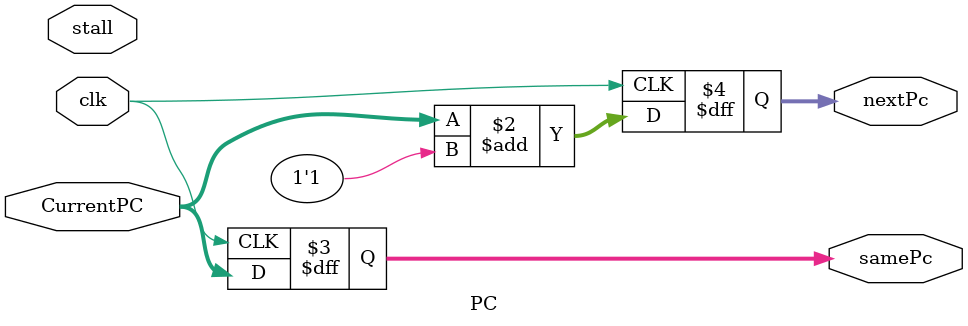
<source format=v>
module PC (
    input [31:0] CurrentPC,
    input stall, clk,
    output reg [31:0] samePc,nextPc
);

  always @(posedge clk) begin
		#1
    samePc = CurrentPC;
    nextPc = CurrentPC + 1'b1;
  end

endmodule

</source>
